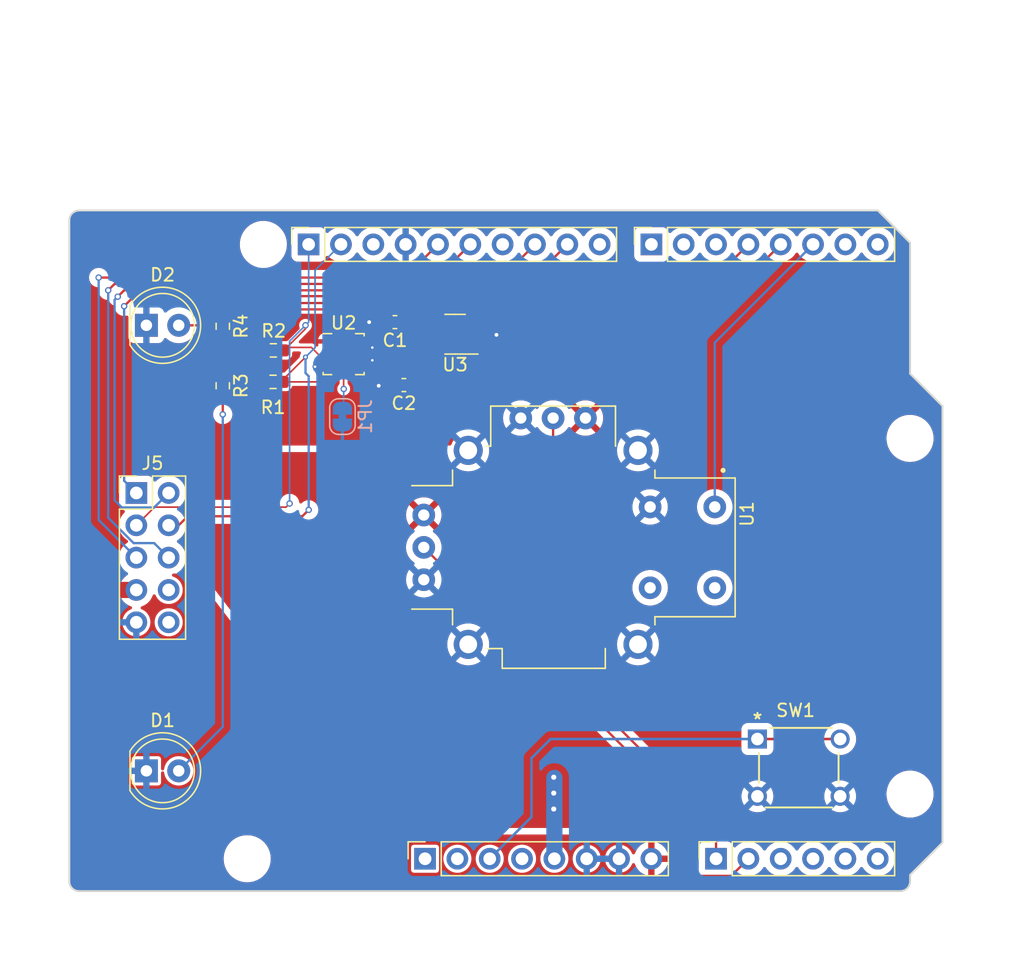
<source format=kicad_pcb>
(kicad_pcb (version 20221018) (generator pcbnew)
  (title_block (date "mar. 31 mars 2015"))
  (layers (0 "F.Cu" signal) (31 "B.Cu" signal) (34 "B.Paste" user) (35 "F.Paste" user) (36 "B.SilkS" user "B.Silkscreen") (37 "F.SilkS" user "F.Silkscreen") (38 "B.Mask" user) (39 "F.Mask" user) (44 "Edge.Cuts" user))
  (net 0 "")
  (net 1 "GND")
  (net 3 "+5V")
  (net 4 "/IOREF")
  (net 5 "Net-(D1-A)")
  (net 6 "Net-(D2-A)")
  (net 7 "/A2")
  (net 8 "/A3")
  (net 10 "/SCL")
  (net 11 "/Vsys")
  (net 12 "/D0")
  (net 13 "/AREF")
  (net 14 "/8")
  (net 15 "/7")
  (net 16 "/*11")
  (net 17 "/D1")
  (net 18 "/Horiz")
  (net 19 "/Vert")
  (net 20 "/Green")
  (net 21 "/*6")
  (net 22 "/*5")
  (net 23 "/TX{slash}1")
  (net 24 "/Red")
  (net 25 "/RX{slash}0")
  (net 26 "+3V3")
  (net 27 "/GameBtn")
  (net 28 "/SDA")
  (net 34 "/Y")
  (net 39 "/X")
  (net 43 "Net-(JP1-B)")
  (net 44 "/RSTn")
  (footprint "Connector_PinSocket_2.54mm:PinSocket_1x08_P2.54mm_Vertical" (layer "F.Cu") (at 149.89 138.655 90)
    (fp_text reference "J1" hide)
    (fp_text value "Power")
    (fp_line (start -1.33 1.27) (end -1.33 19.11) (stroke (width 0.12)) (layer "F.SilkS"))
    (fp_line (start -1.33 1.27) (end 1.33 1.27) (stroke (width 0.12)) (layer "F.SilkS"))
    (fp_line (start -1.33 19.11) (end 1.33 19.11) (stroke (width 0.12)) (layer "F.SilkS"))
    (fp_line (start 0 -1.33) (end 1.33 -1.33) (stroke (width 0.12)) (layer "F.SilkS"))
    (fp_line (start 1.33 -1.33) (end 1.33 0) (stroke (width 0.12)) (layer "F.SilkS"))
    (fp_line (start 1.33 1.27) (end 1.33 19.11) (stroke (width 0.12)) (layer "F.SilkS"))
    (pad "1" thru_hole rect locked (at 0 0 90) (size 1.7 1.7) (drill 1) (layers "*.Cu" "*.Mask"))
    (pad "2" thru_hole oval locked (at 0 2.54 90) (size 1.7 1.7) (drill 1) (layers "*.Cu" "*.Mask") (net 4 "/IOREF"))
    (pad "3" thru_hole oval locked (at 0 5.08 90) (size 1.7 1.7) (drill 1) (layers "*.Cu" "*.Mask") (net 44 "/RSTn"))
    (pad "4" thru_hole oval locked (at 0 7.62 90) (size 1.7 1.7) (drill 1) (layers "*.Cu" "*.Mask"))
    (pad "5" thru_hole oval locked (at 0 10.16 90) (size 1.7 1.7) (drill 1) (layers "*.Cu" "*.Mask") (net 3 "+5V"))
    (pad "6" thru_hole oval locked (at 0 12.7 90) (size 1.7 1.7) (drill 1) (layers "*.Cu" "*.Mask") (net 1 "GND"))
    (pad "7" thru_hole oval locked (at 0 15.24 90) (size 1.7 1.7) (drill 1) (layers "*.Cu" "*.Mask") (net 1 "GND"))
    (pad "8" thru_hole oval locked (at 0 17.78 90) (size 1.7 1.7) (drill 1) (layers "*.Cu" "*.Mask") (net 11 "/Vsys"))
  )
  (footprint "Connector_PinSocket_2.54mm:PinSocket_1x06_P2.54mm_Vertical" (layer "F.Cu") (at 172.75 138.655 90)
    (fp_text reference "J3" hide)
    (fp_text value "Analog")
    (fp_line (start -1.33 1.27) (end -1.33 14.03) (stroke (width 0.12)) (layer "F.SilkS"))
    (fp_line (start -1.33 1.27) (end 1.33 1.27) (stroke (width 0.12)) (layer "F.SilkS"))
    (fp_line (start -1.33 14.03) (end 1.33 14.03) (stroke (width 0.12)) (layer "F.SilkS"))
    (fp_line (start 0 -1.33) (end 1.33 -1.33) (stroke (width 0.12)) (layer "F.SilkS"))
    (fp_line (start 1.33 -1.33) (end 1.33 0) (stroke (width 0.12)) (layer "F.SilkS"))
    (fp_line (start 1.33 1.27) (end 1.33 14.03) (stroke (width 0.12)) (layer "F.SilkS"))
    (pad "1" thru_hole rect locked (at 0 0 90) (size 1.7 1.7) (drill 1) (layers "*.Cu" "*.Mask") (net 18 "/Horiz"))
    (pad "2" thru_hole oval locked (at 0 2.54 90) (size 1.7 1.7) (drill 1) (layers "*.Cu" "*.Mask") (net 19 "/Vert"))
    (pad "3" thru_hole oval locked (at 0 5.08 90) (size 1.7 1.7) (drill 1) (layers "*.Cu" "*.Mask") (net 7 "/A2"))
    (pad "4" thru_hole oval locked (at 0 7.62 90) (size 1.7 1.7) (drill 1) (layers "*.Cu" "*.Mask") (net 8 "/A3"))
    (pad "5" thru_hole oval locked (at 0 10.16 90) (size 1.7 1.7) (drill 1) (layers "*.Cu" "*.Mask"))
    (pad "6" thru_hole oval locked (at 0 12.7 90) (size 1.7 1.7) (drill 1) (layers "*.Cu" "*.Mask"))
  )
  (footprint "Connector_PinSocket_2.54mm:PinSocket_1x10_P2.54mm_Vertical" (layer "F.Cu") (at 140.746 90.395 90)
    (fp_text reference "J2" hide)
    (fp_text value "Digital/PWM")
    (fp_line (start -1.33 1.27) (end -1.33 24.19) (stroke (width 0.12)) (layer "F.SilkS"))
    (fp_line (start -1.33 1.27) (end 1.33 1.27) (stroke (width 0.12)) (layer "F.SilkS"))
    (fp_line (start -1.33 24.19) (end 1.33 24.19) (stroke (width 0.12)) (layer "F.SilkS"))
    (fp_line (start 0 -1.33) (end 1.33 -1.33) (stroke (width 0.12)) (layer "F.SilkS"))
    (fp_line (start 1.33 -1.33) (end 1.33 0) (stroke (width 0.12)) (layer "F.SilkS"))
    (fp_line (start 1.33 1.27) (end 1.33 24.19) (stroke (width 0.12)) (layer "F.SilkS"))
    (pad "1" thru_hole rect locked (at 0 0 90) (size 1.7 1.7) (drill 1) (layers "*.Cu" "*.Mask") (net 10 "/SCL"))
    (pad "2" thru_hole oval locked (at 0 2.54 90) (size 1.7 1.7) (drill 1) (layers "*.Cu" "*.Mask") (net 28 "/SDA"))
    (pad "3" thru_hole oval locked (at 0 5.08 90) (size 1.7 1.7) (drill 1) (layers "*.Cu" "*.Mask") (net 13 "/AREF"))
    (pad "4" thru_hole oval locked (at 0 7.62 90) (size 1.7 1.7) (drill 1) (layers "*.Cu" "*.Mask") (net 1 "GND"))
    (pad "5" thru_hole oval locked (at 0 10.16 90) (size 1.7 1.7) (drill 1) (layers "*.Cu" "*.Mask") (net 12 "/D0"))
    (pad "6" thru_hole oval locked (at 0 12.7 90) (size 1.7 1.7) (drill 1) (layers "*.Cu" "*.Mask") (net 17 "/D1"))
    (pad "7" thru_hole oval locked (at 0 15.24 90) (size 1.7 1.7) (drill 1) (layers "*.Cu" "*.Mask") (net 16 "/*11"))
    (pad "8" thru_hole oval locked (at 0 17.78 90) (size 1.7 1.7) (drill 1) (layers "*.Cu" "*.Mask") (net 34 "/Y"))
    (pad "9" thru_hole oval locked (at 0 20.32 90) (size 1.7 1.7) (drill 1) (layers "*.Cu" "*.Mask") (net 39 "/X"))
    (pad "10" thru_hole oval locked (at 0 22.86 90) (size 1.7 1.7) (drill 1) (layers "*.Cu" "*.Mask") (net 14 "/8"))
  )
  (footprint "Connector_PinSocket_2.54mm:PinSocket_1x08_P2.54mm_Vertical" (layer "F.Cu") (at 167.67 90.395 90)
    (fp_text reference "J4" hide)
    (fp_text value "Digital/PWM")
    (fp_line (start -1.33 1.27) (end -1.33 19.11) (stroke (width 0.12)) (layer "F.SilkS"))
    (fp_line (start -1.33 1.27) (end 1.33 1.27) (stroke (width 0.12)) (layer "F.SilkS"))
    (fp_line (start -1.33 19.11) (end 1.33 19.11) (stroke (width 0.12)) (layer "F.SilkS"))
    (fp_line (start 0 -1.33) (end 1.33 -1.33) (stroke (width 0.12)) (layer "F.SilkS"))
    (fp_line (start 1.33 -1.33) (end 1.33 0) (stroke (width 0.12)) (layer "F.SilkS"))
    (fp_line (start 1.33 1.27) (end 1.33 19.11) (stroke (width 0.12)) (layer "F.SilkS"))
    (pad "1" thru_hole rect locked (at 0 0 90) (size 1.7 1.7) (drill 1) (layers "*.Cu" "*.Mask") (net 15 "/7"))
    (pad "2" thru_hole oval locked (at 0 2.54 90) (size 1.7 1.7) (drill 1) (layers "*.Cu" "*.Mask") (net 21 "/*6"))
    (pad "3" thru_hole oval locked (at 0 5.08 90) (size 1.7 1.7) (drill 1) (layers "*.Cu" "*.Mask") (net 22 "/*5"))
    (pad "4" thru_hole oval locked (at 0 7.62 90) (size 1.7 1.7) (drill 1) (layers "*.Cu" "*.Mask") (net 20 "/Green"))
    (pad "5" thru_hole oval locked (at 0 10.16 90) (size 1.7 1.7) (drill 1) (layers "*.Cu" "*.Mask") (net 24 "/Red"))
    (pad "6" thru_hole oval locked (at 0 12.7 90) (size 1.7 1.7) (drill 1) (layers "*.Cu" "*.Mask") (net 27 "/GameBtn"))
    (pad "7" thru_hole oval locked (at 0 15.24 90) (size 1.7 1.7) (drill 1) (layers "*.Cu" "*.Mask") (net 23 "/TX{slash}1"))
    (pad "8" thru_hole oval locked (at 0 17.78 90) (size 1.7 1.7) (drill 1) (layers "*.Cu" "*.Mask") (net 25 "/RX{slash}0"))
  )
  (footprint "LED_THT:LED_D5.0mm" (layer "F.Cu") (at 128 131.75)
    (fp_text reference "D1" (at 1.27 -3.96) (layer "F.SilkS"))
    (fp_text value "RED")
    (fp_line (start -1.29 -1.545) (end -1.29 1.545) (stroke (width 0.12)) (layer "F.SilkS"))
    (fp_arc (start -1.29 -1.54483) (mid 2.072002 -2.880433) (end 4.26 0.000462) (stroke (width 0.12)) (layer "F.SilkS"))
    (fp_arc (start 4.26 -0.000462) (mid 2.072002 2.880433) (end -1.29 1.54483) (stroke (width 0.12)) (layer "F.SilkS"))
    (fp_circle (center 1.27 0) (end 3.77 0) (stroke (width 0.12)) (fill none) (layer "F.SilkS"))
    (pad "1" thru_hole rect (at 0 0) (size 1.8 1.8) (drill 0.9) (layers "*.Cu" "*.Mask") (net 1 "GND"))
    (pad "2" thru_hole circle (at 2.54 0) (size 1.8 1.8) (drill 0.9) (layers "*.Cu" "*.Mask") (net 5 "Net-(D1-A)"))
  )
  (footprint "Footprints:SW4_1825910-B_TEC" (layer "F.Cu") (at 182.499999 133.75)
    (fp_text reference "SW1" (at -3.499999 -6.75 unlocked) (layer "F.SilkS"))
    (fp_text value "Small Switch TH")
    (fp_text user "*" (at -6.5 -6.011301) (layer "F.SilkS"))
    (fp_text user "*" (at -6.5 -6.011301 unlocked) (layer "F.SilkS"))
    (fp_line (start -6.3742 -3.417961) (end -6.3742 -1.074702) (stroke (width 0.1524)) (layer "F.SilkS"))
    (fp_line (start -5.86236 0.874199) (end -0.63764 0.874199) (stroke (width 0.1524)) (layer "F.SilkS"))
    (fp_line (start -0.63764 -5.374201) (end -5.442292 -5.374201) (stroke (width 0.1524)) (layer "F.SilkS"))
    (fp_line (start -0.1258 -1.074702) (end -0.1258 -3.425299) (stroke (width 0.1524)) (layer "F.SilkS"))
    (pad "1" thru_hole rect (at -6.500001 -4.500001) (size 1.4986 1.4986) (drill 0.9906) (layers "*.Cu" "*.Mask") (net 44 "/RSTn"))
    (pad "2" thru_hole circle (at 0.000001 -4.500001) (size 1.4986 1.4986) (drill 0.9906) (layers "*.Cu" "*.Mask") (net 44 "/RSTn"))
    (pad "3" thru_hole circle (at -6.500001 0) (size 1.4986 1.4986) (drill 0.9906) (layers "*.Cu" "*.Mask") (net 1 "GND"))
    (pad "4" thru_hole circle (at 0.000001 0) (size 1.4986 1.4986) (drill 0.9906) (layers "*.Cu" "*.Mask") (net 1 "GND"))
  )
  (footprint "Resistor_SMD:R_0603_1608Metric" (layer "F.Cu") (at 137.975 98.72)
    (fp_text reference "R2" (at 0.025 -1.525) (layer "F.SilkS"))
    (fp_text value "10K" hide)
    (fp_line (start -0.237258 -0.5225) (end 0.237258 -0.5225) (stroke (width 0.12)) (layer "F.SilkS"))
    (fp_line (start -0.237258 0.5225) (end 0.237258 0.5225) (stroke (width 0.12)) (layer "F.SilkS"))
    (pad "1" smd roundrect (at -0.825 0) (size 0.8 0.95) (layers "F.Cu" "F.Paste" "F.Mask") (net 26 "+3V3"))
    (pad "2" smd roundrect (at 0.825 0) (size 0.8 0.95) (layers "F.Cu" "F.Paste" "F.Mask") (net 10 "/SCL"))
  )
  (footprint "Resistor_SMD:R_0603_1608Metric" (layer "F.Cu") (at 134 96.825 -90)
    (fp_text reference "R4" (at 0 -1.43 -270) (layer "F.SilkS"))
    (fp_text value "1K" hide)
    (fp_line (start -0.237258 -0.5225) (end 0.237258 -0.5225) (stroke (width 0.12)) (layer "F.SilkS"))
    (fp_line (start -0.237258 0.5225) (end 0.237258 0.5225) (stroke (width 0.12)) (layer "F.SilkS"))
    (pad "1" smd roundrect (at -0.825 0 270) (size 0.8 0.95) (layers "F.Cu" "F.Paste" "F.Mask") (net 20 "/Green"))
    (pad "2" smd roundrect (at 0.825 0 270) (size 0.8 0.95) (layers "F.Cu" "F.Paste" "F.Mask") (net 6 "Net-(D2-A)"))
  )
  (footprint "Footprints:XDCR_COM-09032" (layer "F.Cu") (at 159.95 114.195 -90)
    (fp_text reference "U1" (at -2.625 -15.235 90) (layer "F.SilkS"))
    (fp_text value "COM-09032")
    (fp_line (start -11.1 -4.9) (end -7.95 -4.9) (stroke (width 0.127)) (layer "F.SilkS"))
    (fp_line (start -11.1 4.9) (end -11.1 -4.9) (stroke (width 0.127)) (layer "F.SilkS"))
    (fp_line (start -7.95 4.9) (end -11.1 4.9) (stroke (width 0.127)) (layer "F.SilkS"))
    (fp_line (start -7.95 5.17) (end -7.95 4.9) (stroke (width 0.127)) (layer "F.SilkS"))
    (fp_line (start -6.07 -8) (end -5.45 -8) (stroke (width 0.127)) (layer "F.SilkS"))
    (fp_line (start -5.45 -14.3) (end 5.45 -14.3) (stroke (width 0.127)) (layer "F.SilkS"))
    (fp_line (start -5.45 -8) (end -5.45 -14.3) (stroke (width 0.127)) (layer "F.SilkS"))
    (fp_line (start -4.85 7.9) (end -6.07 7.9) (stroke (width 0.127)) (layer "F.SilkS"))
    (fp_line (start -4.85 11.1) (end -4.85 7.9) (stroke (width 0.127)) (layer "F.SilkS"))
    (fp_line (start 4.85 7.9) (end 4.85 11.1) (stroke (width 0.127)) (layer "F.SilkS"))
    (fp_line (start 5.45 -14.3) (end 5.45 -8) (stroke (width 0.127)) (layer "F.SilkS"))
    (fp_line (start 5.45 -8) (end 6.08 -8) (stroke (width 0.127)) (layer "F.SilkS"))
    (fp_line (start 6.08 7.9) (end 4.85 7.9) (stroke (width 0.127)) (layer "F.SilkS"))
    (fp_line (start 7.95 -4.1) (end 9.5 -4.1) (stroke (width 0.127)) (layer "F.SilkS"))
    (fp_line (start 7.95 4) (end 7.95 5.12) (stroke (width 0.127)) (layer "F.SilkS"))
    (fp_line (start 9.5 -4.1) (end 9.5 4) (stroke (width 0.127)) (layer "F.SilkS"))
    (fp_line (start 9.5 4) (end 7.95 4) (stroke (width 0.127)) (layer "F.SilkS"))
    (fp_circle (center -6.05 -13.35) (end -5.95 -13.35) (stroke (width 0.2)) (fill none) (layer "F.SilkS"))
    (pad "B1A" thru_hole circle (at -3.175 -12.7 270) (size 1.778 1.778) (drill 0.9) (layers "*.Cu" "*.Mask") (net 27 "/GameBtn"))
    (pad "B1B" thru_hole circle (at 3.175 -12.7 270) (size 1.778 1.778) (drill 0.9) (layers "*.Cu" "*.Mask"))
    (pad "B2A" thru_hole circle (at -3.175 -7.62 270) (size 1.778 1.778) (drill 0.9) (layers "*.Cu" "*.Mask") (net 1 "GND"))
    (pad "B2B" thru_hole circle (at 3.175 -7.62 270) (size 1.778 1.778) (drill 0.9) (layers "*.Cu" "*.Mask"))
    (pad "H1" thru_hole circle (at -2.54 10.16 270) (size 1.778 1.778) (drill 0.889) (layers "*.Cu" "*.Mask") (net 3 "+5V"))
    (pad "H2" thru_hole circle (at 0 10.16 270) (size 1.778 1.778) (drill 0.889) (layers "*.Cu" "*.Mask") (net 19 "/Vert"))
    (pad "H3" thru_hole circle (at 2.54 10.16 270) (size 1.778 1.778) (drill 0.889) (layers "*.Cu" "*.Mask") (net 1 "GND"))
    (pad "S1" thru_hole circle (at -7.62 -6.6675 270) (size 2.286 2.286) (drill 1.397) (layers "*.Cu" "*.Mask") (net 1 "GND"))
    (pad "S2" thru_hole circle (at -7.62 6.6675 270) (size 2.286 2.286) (drill 1.397) (layers "*.Cu" "*.Mask") (net 1 "GND"))
    (pad "S3" thru_hole circle (at 7.62 6.6675 270) (size 2.286 2.286) (drill 1.397) (layers "*.Cu" "*.Mask") (net 1 "GND"))
    (pad "S4" thru_hole circle (at 7.62 -6.6675 270) (size 2.286 2.286) (drill 1.397) (layers "*.Cu" "*.Mask") (net 1 "GND"))
    (pad "V1" thru_hole circle (at -10.16 -2.54 270) (size 1.778 1.778) (drill 0.889) (layers "*.Cu" "*.Mask") (net 3 "+5V"))
    (pad "V2" thru_hole circle (at -10.16 0 270) (size 1.778 1.778) (drill 0.889) (layers "*.Cu" "*.Mask") (net 18 "/Horiz"))
    (pad "V3" thru_hole circle (at -10.16 2.54 270) (size 1.778 1.778) (drill 0.889) (layers "*.Cu" "*.Mask") (net 1 "GND"))
  )
  (footprint "LED_THT:LED_D5.0mm" (layer "F.Cu") (at 128 96.75)
    (fp_text reference "D2" (at 1.27 -3.96) (layer "F.SilkS"))
    (fp_text value "Green")
    (fp_line (start -1.29 -1.545) (end -1.29 1.545) (stroke (width 0.12)) (layer "F.SilkS"))
    (fp_arc (start -1.29 -1.54483) (mid 2.072002 -2.880433) (end 4.26 0.000462) (stroke (width 0.12)) (layer "F.SilkS"))
    (fp_arc (start 4.26 -0.000462) (mid 2.072002 2.880433) (end -1.29 1.54483) (stroke (width 0.12)) (layer "F.SilkS"))
    (fp_circle (center 1.27 0) (end 3.77 0) (stroke (width 0.12)) (fill none) (layer "F.SilkS"))
    (pad "1" thru_hole rect (at 0 0) (size 1.8 1.8) (drill 0.9) (layers "*.Cu" "*.Mask") (net 1 "GND"))
    (pad "2" thru_hole circle (at 2.54 0) (size 1.8 1.8) (drill 0.9) (layers "*.Cu" "*.Mask") (net 6 "Net-(D2-A)"))
  )
  (footprint "Capacitor_SMD:C_0603_1608Metric" (layer "F.Cu") (at 147.525 96.5 180)
    (fp_text reference "C1" (at 0 -1.43) (layer "F.SilkS"))
    (fp_text value "0.1uF" hide)
    (fp_line (start -0.14058 -0.51) (end 0.14058 -0.51) (stroke (width 0.12)) (layer "F.SilkS"))
    (fp_line (start -0.14058 0.51) (end 0.14058 0.51) (stroke (width 0.12)) (layer "F.SilkS"))
    (pad "1" smd roundrect (at -0.775 0 180) (size 0.9 0.95) (layers "F.Cu" "F.Paste" "F.Mask") (net 26 "+3V3"))
    (pad "2" smd roundrect (at 0.775 0 180) (size 0.9 0.95) (layers "F.Cu" "F.Paste" "F.Mask") (net 1 "GND"))
  )
  (footprint "Arduino_MountingHole:MountingHole_3.2mm" (layer "F.Cu") (at 137.19 90.395)
    (fp_text reference "MH1" hide)
    (fp_text value "MountingHole_3.2mm" hide)
    (pad "" np_thru_hole circle locked (at 0 0) (size 3.2 3.2) (drill 3.2) (layers "*.Cu" "*.Mask"))
  )
  (footprint "Resistor_SMD:R_0603_1608Metric" (layer "F.Cu") (at 134 101.5 -90)
    (fp_text reference "R3" (at 0 -1.43 -270) (layer "F.SilkS"))
    (fp_text value "1K")
    (fp_line (start -0.237258 -0.5225) (end 0.237258 -0.5225) (stroke (width 0.12)) (layer "F.SilkS"))
    (fp_line (start -0.237258 0.5225) (end 0.237258 0.5225) (stroke (width 0.12)) (layer "F.SilkS"))
    (pad "1" smd roundrect (at -0.825 0 270) (size 0.8 0.95) (layers "F.Cu" "F.Paste" "F.Mask") (net 24 "/Red"))
    (pad "2" smd roundrect (at 0.825 0 270) (size 0.8 0.95) (layers "F.Cu" "F.Paste" "F.Mask") (net 5 "Net-(D1-A)"))
  )
  (footprint "Package_TO_SOT_SMD:SOT-23-5" (layer "F.Cu") (at 152.25 97.45 180)
    (fp_text reference "U3" (at 0 -2.4) (layer "F.SilkS"))
    (fp_text value "TLV75533PDBV" hide)
    (fp_line (start 0 -1.56) (end -1.8 -1.56) (stroke (width 0.12)) (layer "F.SilkS"))
    (fp_line (start 0 -1.56) (end 0.8 -1.56) (stroke (width 0.12)) (layer "F.SilkS"))
    (fp_line (start 0 1.56) (end -0.8 1.56) (stroke (width 0.12)) (layer "F.SilkS"))
    (fp_line (start 0 1.56) (end 0.8 1.56) (stroke (width 0.12)) (layer "F.SilkS"))
    (pad "1" smd roundrect (at -1.1375 -0.95 180) (size 1.325 0.6) (layers "F.Cu" "F.Paste" "F.Mask") (net 3 "+5V"))
    (pad "2" smd roundrect (at -1.1375 0 180) (size 1.325 0.6) (layers "F.Cu" "F.Paste" "F.Mask") (net 1 "GND"))
    (pad "3" smd roundrect (at -1.1375 0.95 180) (size 1.325 0.6) (layers "F.Cu" "F.Paste" "F.Mask") (net 3 "+5V"))
    (pad "4" smd roundrect (at 1.1375 0.95 180) (size 1.325 0.6) (layers "F.Cu" "F.Paste" "F.Mask"))
    (pad "5" smd roundrect (at 1.1375 -0.95 180) (size 1.325 0.6) (layers "F.Cu" "F.Paste" "F.Mask") (net 26 "+3V3"))
  )
  (footprint "Capacitor_SMD:C_0603_1608Metric" (layer "F.Cu") (at 148.225 101.445 180)
    (fp_text reference "C2" (at 0 -1.43) (layer "F.SilkS"))
    (fp_text value "10uF")
    (fp_line (start -0.14058 -0.51) (end 0.14058 -0.51) (stroke (width 0.12)) (layer "F.SilkS"))
    (fp_line (start -0.14058 0.51) (end 0.14058 0.51) (stroke (width 0.12)) (layer "F.SilkS"))
    (pad "1" smd roundrect (at -0.775 0 180) (size 0.9 0.95) (layers "F.Cu" "F.Paste" "F.Mask") (net 26 "+3V3"))
    (pad "2" smd roundrect (at 0.775 0 180) (size 0.9 0.95) (layers "F.Cu" "F.Paste" "F.Mask") (net 1 "GND"))
  )
  (footprint "Resistor_SMD:R_0603_1608Metric" (layer "F.Cu") (at 137.95 101.195)
    (fp_text reference "R1" (at 0 2) (layer "F.SilkS"))
    (fp_text value "10K" hide)
    (fp_line (start -0.237258 -0.5225) (end 0.237258 -0.5225) (stroke (width 0.12)) (layer "F.SilkS"))
    (fp_line (start -0.237258 0.5225) (end 0.237258 0.5225) (stroke (width 0.12)) (layer "F.SilkS"))
    (pad "1" smd roundrect (at -0.825 0) (size 0.8 0.95) (layers "F.Cu" "F.Paste" "F.Mask") (net 26 "+3V3"))
    (pad "2" smd roundrect (at 0.825 0) (size 0.8 0.95) (layers "F.Cu" "F.Paste" "F.Mask") (net 28 "/SDA"))
  )
  (footprint "Connector_PinHeader_2.54mm:PinHeader_2x05_P2.54mm_Vertical" (layer "F.Cu") (at 127.21 109.92)
    (fp_text reference "J5" (at 1.27 -2.33) (layer "F.SilkS"))
    (fp_text value "Conn_02x05_Odd_Even" hide)
    (fp_line (start -1.33 -1.33) (end 0 -1.33) (stroke (width 0.12)) (layer "F.SilkS"))
    (fp_line (start -1.33 0) (end -1.33 -1.33) (stroke (width 0.12)) (layer "F.SilkS"))
    (fp_line (start -1.33 1.27) (end -1.33 11.49) (stroke (width 0.12)) (layer "F.SilkS"))
    (fp_line (start -1.33 1.27) (end 1.27 1.27) (stroke (width 0.12)) (layer "F.SilkS"))
    (fp_line (start -1.33 11.49) (end 3.87 11.49) (stroke (width 0.12)) (layer "F.SilkS"))
    (fp_line (start 1.27 -1.33) (end 3.87 -1.33) (stroke (width 0.12)) (layer "F.SilkS"))
    (fp_line (start 1.27 1.27) (end 1.27 -1.33) (stroke (width 0.12)) (layer "F.SilkS"))
    (fp_line (start 3.87 -1.33) (end 3.87 11.49) (stroke (width 0.12)) (layer "F.SilkS"))
    (pad "1" thru_hole rect (at 0 0) (size 1.7 1.7) (drill 1) (layers "*.Cu" "*.Mask") (net 39 "/X"))
    (pad "2" thru_hole oval (at 2.54 0) (size 1.7 1.7) (drill 1) (layers "*.Cu" "*.Mask") (net 34 "/Y"))
    (pad "3" thru_hole oval (at 0 2.54) (size 1.7 1.7) (drill 1) (layers "*.Cu" "*.Mask") (net 10 "/SCL"))
    (pad "4" thru_hole oval (at 2.54 2.54) (size 1.7 1.7) (drill 1) (layers "*.Cu" "*.Mask") (net 28 "/SDA"))
    (pad "5" thru_hole oval (at 0 5.08) (size 1.7 1.7) (drill 1) (layers "*.Cu" "*.Mask") (net 12 "/D0"))
    (pad "6" thru_hole oval (at 2.54 5.08) (size 1.7 1.7) (drill 1) (layers "*.Cu" "*.Mask") (net 17 "/D1"))
    (pad "7" thru_hole oval (at 0 7.62) (size 1.7 1.7) (drill 1) (layers "*.Cu" "*.Mask") (net 11 "/Vsys"))
    (pad "8" thru_hole oval (at 2.54 7.62) (size 1.7 1.7) (drill 1) (layers "*.Cu" "*.Mask"))
    (pad "9" thru_hole oval (at 0 10.16) (size 1.7 1.7) (drill 1) (layers "*.Cu" "*.Mask") (net 1 "GND"))
    (pad "10" thru_hole oval (at 2.54 10.16) (size 1.7 1.7) (drill 1) (layers "*.Cu" "*.Mask"))
  )
  (footprint "Package_LGA:LGA-16_3x3mm_P0.5mm_LayoutBorder3x5y" (layer "F.Cu") (at 143.495 99.015)
    (fp_text reference "U2" (at 0 -2.45) (layer "F.SilkS"))
    (fp_text value "LIS2DE12TR")
    (fp_line (start -1.61 1.61) (end -1.61 1.435) (stroke (width 0.12)) (layer "F.SilkS"))
    (fp_line (start -0.935 -1.61) (end -1.61 -1.61) (stroke (width 0.12)) (layer "F.SilkS"))
    (fp_line (start -0.935 1.61) (end -1.61 1.61) (stroke (width 0.12)) (layer "F.SilkS"))
    (fp_line (start 0.935 -1.61) (end 1.61 -1.61) (stroke (width 0.12)) (layer "F.SilkS"))
    (fp_line (start 0.935 1.61) (end 1.61 1.61) (stroke (width 0.12)) (layer "F.SilkS"))
    (fp_line (start 1.61 -1.61) (end 1.61 -1.435) (stroke (width 0.12)) (layer "F.SilkS"))
    (fp_line (start 1.61 1.61) (end 1.61 1.435) (stroke (width 0.12)) (layer "F.SilkS"))
    (pad "1" smd roundrect (at -1.225 -1) (size 0.55 0.35) (layers "F.Cu" "F.Paste" "F.Mask") (net 26 "+3V3"))
    (pad "2" smd roundrect (at -1.225 -0.5) (size 0.55 0.35) (layers "F.Cu" "F.Paste" "F.Mask"))
    (pad "3" smd roundrect (at -1.225 0) (size 0.55 0.35) (layers "F.Cu" "F.Paste" "F.Mask"))
    (pad "4" smd roundrect (at -1.225 0.5) (size 0.55 0.35) (layers "F.Cu" "F.Paste" "F.Mask") (net 10 "/SCL"))
    (pad "5" smd roundrect (at -1.225 1) (size 0.55 0.35) (layers "F.Cu" "F.Paste" "F.Mask") (net 1 "GND"))
    (pad "6" smd roundrect (at -0.5 1.225) (size 0.35 0.55) (layers "F.Cu" "F.Paste" "F.Mask") (net 28 "/SDA"))
    (pad "7" smd roundrect (at 0 1.225) (size 0.35 0.55) (layers "F.Cu" "F.Paste" "F.Mask") (net 43 "Net-(JP1-B)"))
    (pad "8" smd roundrect (at 0.5 1.225) (size 0.35 0.55) (layers "F.Cu" "F.Paste" "F.Mask") (net 26 "+3V3"))
    (pad "9" smd roundrect (at 1.225 1) (size 0.55 0.35) (layers "F.Cu" "F.Paste" "F.Mask"))
    (pad "10" smd roundrect (at 1.225 0.5) (size 0.55 0.35) (layers "F.Cu" "F.Paste" "F.Mask") (net 1 "GND"))
    (pad "11" smd roundrect (at 1.225 0) (size 0.55 0.35) (layers "F.Cu" "F.Paste" "F.Mask"))
    (pad "12" smd roundrect (at 1.225 -0.5) (size 0.55 0.35) (layers "F.Cu" "F.Paste" "F.Mask") (net 1 "GND"))
    (pad "13" smd roundrect (at 1.225 -1) (size 0.55 0.35) (layers "F.Cu" "F.Paste" "F.Mask"))
    (pad "14" smd roundrect (at 0.5 -1.225) (size 0.35 0.55) (layers "F.Cu" "F.Paste" "F.Mask") (net 26 "+3V3"))
    (pad "15" smd roundrect (at 0 -1.225) (size 0.35 0.55) (layers "F.Cu" "F.Paste" "F.Mask"))
    (pad "16" smd roundrect (at -0.5 -1.225) (size 0.35 0.55) (layers "F.Cu" "F.Paste" "F.Mask"))
  )
  (footprint "Arduino_MountingHole:MountingHole_3.2mm" (layer "F.Cu") (at 135.92 138.655)
    (fp_text reference "MH2" hide)
    (fp_text value "MountingHole_3.2mm" hide)
    (pad "" np_thru_hole circle locked (at 0 0) (size 3.2 3.2) (drill 3.2) (layers "*.Cu" "*.Mask"))
  )
  (footprint "Arduino_MountingHole:MountingHole_3.2mm" (layer "F.Cu") (at 187.99 105.635)
    (fp_text reference "MH3" hide)
    (fp_text value "MountingHole_3.2mm" hide)
    (pad "" np_thru_hole circle locked (at 0 0) (size 3.2 3.2) (drill 3.2) (layers "*.Cu" "*.Mask"))
  )
  (footprint "Arduino_MountingHole:MountingHole_3.2mm" (layer "F.Cu") (at 187.99 133.575)
    (fp_text reference "MH4" hide)
    (fp_text value "MountingHole_3.2mm" hide)
    (pad "" np_thru_hole circle locked (at 0 0) (size 3.2 3.2) (drill 3.2) (layers "*.Cu" "*.Mask"))
  )
  (footprint "Jumper:SolderJumper-2_P1.3mm_Bridged_RoundedPad1.0x1.5mm" (layer "B.Cu") (at 143.4 103.92 90)
    (fp_text reference "JP1" (at 0 1.8 90) (layer "B.SilkS") (effects (justify mirror)))
    (fp_text value "SolderJumper_2_Bridged")
    (fp_poly (pts (xy 0.25 0.3) (xy -0.25 0.3) (xy -0.25 -0.3) (xy 0.25 -0.3)) (fill solid) (layer "B.Cu"))
    (fp_line (start -1.4 -0.3) (end -1.4 0.3) (stroke (width 0.12)) (layer "B.SilkS"))
    (fp_line (start -0.7 1) (end 0.7 1) (stroke (width 0.12)) (layer "B.SilkS"))
    (fp_line (start 0.7 -1) (end -0.7 -1) (stroke (width 0.12)) (layer "B.SilkS"))
    (fp_line (start 1.4 0.3) (end 1.4 -0.3) (stroke (width 0.12)) (layer "B.SilkS"))
    (fp_arc (start -1.4 -0.3) (mid -1.194975 -0.794975) (end -0.7 -1) (stroke (width 0.12)) (layer "B.SilkS"))
    (fp_arc (start -0.7 1) (mid -1.194975 0.794975) (end -1.4 0.3) (stroke (width 0.12)) (layer "B.SilkS"))
    (fp_arc (start 0.7 -1) (mid 1.194975 -0.794975) (end 1.4 -0.3) (stroke (width 0.12)) (layer "B.SilkS"))
    (fp_arc (start 1.4 0.3) (mid 1.194975 0.794975) (end 0.7 1) (stroke (width 0.12)) (layer "B.SilkS"))
    (pad "1" smd custom (at -0.65 0 90) (size 1 0.5) (layers "B.Cu" "B.Mask") (net 1 "GND") (options (clearance outline) (anchor rect)) (primitives (gr_circle (center 0 -0.25) (end 0.5 -0.25) (width 0) (fill yes)) (gr_circle (center 0 0.25) (end 0.5 0.25) (width 0) (fill yes)) (gr_poly (pts (xy 0.5 -0.75) (xy 0 -0.75) (xy 0 0.75) (xy 0.5 0.75)) (width 0) (fill yes))))
    (pad "2" smd custom (at 0.65 0 90) (size 1 0.5) (layers "B.Cu" "B.Mask") (net 43 "Net-(JP1-B)") (options (clearance outline) (anchor rect)) (primitives (gr_circle (center 0 -0.25) (end 0.5 -0.25) (width 0) (fill yes)) (gr_circle (center 0 0.25) (end 0.5 0.25) (width 0) (fill yes)) (gr_poly (pts (xy 0 -0.75) (xy -0.5 -0.75) (xy -0.5 0.75) (xy 0 0.75)) (width 0) (fill yes))))
  )
  (gr_line (start 187.99 100.555) (end 190.53 103.095) (stroke (width 0.15)) (layer "Edge.Cuts"))
  (gr_line (start 121.95 140.433) (end 121.95 88.5) (stroke (width 0.15)) (layer "Edge.Cuts"))
  (gr_line (start 190.53 103.095) (end 190.53 137.385) (stroke (width 0.15)) (layer "Edge.Cuts"))
  (gr_line (start 187.228 141.195) (end 122.712 141.195) (stroke (width 0.15)) (layer "Edge.Cuts"))
  (gr_line (start 122.712 87.73) (end 185.45 87.73) (stroke (width 0.15)) (layer "Edge.Cuts"))
  (gr_arc (start 122.712 141.195) (mid 122.173185 140.971815) (end 121.95 140.433) (stroke (width 0.15)) (layer "Edge.Cuts"))
  (gr_line (start 190.53 137.385) (end 187.99 139.925) (stroke (width 0.15)) (layer "Edge.Cuts"))
  (gr_line (start 185.45 87.73) (end 187.99 90.27) (stroke (width 0.15)) (layer "Edge.Cuts"))
  (gr_arc (start 187.99 140.433) (mid 187.766815 140.971815) (end 187.228 141.195) (stroke (width 0.15)) (layer "Edge.Cuts"))
  (gr_line (start 187.99 90.27) (end 187.99 100.555) (stroke (width 0.15)) (layer "Edge.Cuts"))
  (gr_line (start 187.99 139.925) (end 187.99 140.433) (stroke (width 0.15)) (layer "Edge.Cuts"))
  (gr_arc (start 121.95 88.5) (mid 122.173185 87.961185) (end 122.712 87.738) (stroke (width 0.15)) (layer "Edge.Cuts"))
  (segment (start 144.72 99.515) (end 145.735 99.515) (width 0.127) (layer "F.Cu") (net 1))
  (segment (start 144.72 98.515) (end 145.735 98.515) (width 0.127) (layer "F.Cu") (net 1))
  (segment (start 147.45 101.445) (end 146.305 101.445) (width 0.18) (layer "F.Cu") (net 1))
  (segment (start 146.75 96.5) (end 145.5 96.5) (width 0.18) (layer "F.Cu") (net 1))
  (segment (start 155.45 97.45) (end 155.5 97.5) (width 0.18) (layer "F.Cu") (net 1))
  (segment (start 145.735 99.515) (end 145.75 99.5) (width 0.127) (layer "F.Cu") (net 1))
  (segment (start 141.265 100.015) (end 141.25 100) (width 0.127) (layer "F.Cu") (net 1))
  (segment (start 153.3875 97.45) (end 155.45 97.45) (width 0.18) (layer "F.Cu") (net 1))
  (segment (start 142.27 100.015) (end 141.265 100.015) (width 0.127) (layer "F.Cu") (net 1))
  (segment (start 146.305 101.445) (end 146.25 101.5) (width 0.18) (layer "F.Cu") (net 1))
  (via (at 141.25 100) (size 0.4) (drill 0.2) (layers "F.Cu" "B.Cu") (net 1))
  (via (at 146.25 101.5) (size 0.5) (drill 0.3) (layers "F.Cu" "B.Cu") (net 1))
  (via (at 145.5 96.5) (size 0.5) (drill 0.3) (layers "F.Cu" "B.Cu") (net 1))
  (via (at 155.5 97.5) (size 0.5) (drill 0.3) (layers "F.Cu" "B.Cu") (net 1))
  (via (at 145.75 99.5) (size 0.4) (drill 0.2) (layers "F.Cu" "B.Cu") (net 1))
  (via (at 145.75 98.5) (size 0.4) (drill 0.2) (layers "F.Cu" "B.Cu") (net 1))
  (segment (start 143.4 104.57) (end 143.4 106.65) (width 0.2) (layer "B.Cu") (net 1))
  (segment (start 143.4 104.57) (end 143.4 106.15) (width 0.254) (layer "B.Cu") (net 1))
  (segment (start 143.5 106.75) (end 143.4 106.65) (width 0.2) (layer "B.Cu") (net 1))
  (segment (start 153.3875 98.4) (end 153.3875 100.1125) (width 0.127) (layer "F.Cu") (net 3))
  (segment (start 153.3875 100.1125) (end 153.25 100.25) (width 0.127) (layer "F.Cu") (net 3))
  (segment (start 153.3875 96.5) (end 156.25 96.5) (width 0.254) (layer "F.Cu") (net 3))
  (via (at 160 133.5) (size 0.8) (drill 0.4) (layers "F.Cu" "B.Cu") (net 3))
  (via (at 160 134.75) (size 0.8) (drill 0.4) (layers "F.Cu" "B.Cu") (net 3))
  (via (at 160 132.25) (size 0.8) (drill 0.4) (layers "F.Cu" "B.Cu") (net 3))
  (segment (start 160.05 138.655) (end 160.05 136) (width 1.27) (layer "B.Cu") (net 3))
  (segment (start 160.05 136) (end 160.05 132.3) (width 1.27) (layer "B.Cu") (net 3))
  (segment (start 160.05 136) (end 160.05 134.8) (width 1.27) (layer "B.Cu") (net 3))
  (segment (start 134 102.325) (end 134 103.75) (width 0.18) (layer "F.Cu") (net 5))
  (via (at 134 103.75) (size 0.5) (drill 0.3) (layers "F.Cu" "B.Cu") (net 5))
  (segment (start 134 128.29) (end 130.54 131.75) (width 0.18) (layer "B.Cu") (net 5))
  (segment (start 134 103.75) (end 134 128.29) (width 0.18) (layer "B.Cu") (net 5))
  (segment (start 134 97.65) (end 133.1 96.75) (width 0.18) (layer "F.Cu") (net 6))
  (segment (start 133.1 96.75) (end 130.54 96.75) (width 0.18) (layer "F.Cu") (net 6))
  (segment (start 140.962492 98.487) (end 139.033 98.487) (width 0.127) (layer "F.Cu") (net 10))
  (segment (start 128.6365 111.0335) (end 127.21 112.46) (width 0.127) (layer "F.Cu") (net 10))
  (segment (start 141.990492 99.515) (end 140.962492 98.487) (width 0.127) (layer "F.Cu") (net 10))
  (segment (start 142.27 99.515) (end 141.990492 99.515) (width 0.127) (layer "F.Cu") (net 10))
  (segment (start 138.9665 111.0335) (end 128.6365 111.0335) (width 0.127) (layer "F.Cu") (net 10))
  (segment (start 138.8 98.72) (end 140.5 97.02) (width 0.127) (layer "F.Cu") (net 10))
  (segment (start 139.25 110.75) (end 138.9665 111.0335) (width 0.127) (layer "F.Cu") (net 10))
  (segment (start 139.033 98.487) (end 138.8 98.72) (width 0.127) (layer "F.Cu") (net 10))
  (segment (start 140.5 97.02) (end 140.5 96.75) (width 0.127) (layer "F.Cu") (net 10))
  (via (at 140.5 96.75) (size 0.5) (drill 0.3) (layers "F.Cu" "B.Cu") (net 10))
  (via (at 139.25 110.75) (size 0.5) (drill 0.3) (layers "F.Cu" "B.Cu") (net 10))
  (segment (start 139.25 98) (end 139.25 110.75) (width 0.127) (layer "B.Cu") (net 10))
  (segment (start 140.5 96.75) (end 140.746 96.504) (width 0.127) (layer "B.Cu") (net 10))
  (segment (start 140.5 96.75) (end 139.25 98) (width 0.127) (layer "B.Cu") (net 10))
  (segment (start 140.746 96.504) (end 140.746 90.395) (width 0.127) (layer "B.Cu") (net 10))
  (segment (start 127.21 117.54) (end 124.71 117.54) (width 1.27) (layer "F.Cu") (net 11))
  (segment (start 150.906 90.395) (end 148.301 93) (width 0.18) (layer "F.Cu") (net 12))
  (segment (start 148.301 93) (end 124.25 93) (width 0.18) (layer "F.Cu") (net 12))
  (via (at 124.25 93) (size 0.5) (drill 0.3) (layers "F.Cu" "B.Cu") (net 12))
  (segment (start 124.25 112.04) (end 127.21 115) (width 0.18) (layer "B.Cu") (net 12))
  (segment (start 124.25 93) (end 124.25 112.04) (width 0.18) (layer "B.Cu") (net 12))
  (segment (start 150.341 93.5) (end 125.5 93.5) (width 0.18) (layer "F.Cu") (net 17))
  (segment (start 125.5 93.5) (end 125 94) (width 0.18) (layer "F.Cu") (net 17))
  (segment (start 153.446 90.395) (end 150.341 93.5) (width 0.18) (layer "F.Cu") (net 17))
  (via (at 125 94) (size 0.5) (drill 0.3) (layers "F.Cu" "B.Cu") (net 17))
  (segment (start 125 111.862204) (end 125 94) (width 0.18) (layer "B.Cu") (net 17))
  (segment (start 126.997796 113.86) (end 125 111.862204) (width 0.18) (layer "B.Cu") (net 17))
  (segment (start 129.75 115) (end 128.61 113.86) (width 0.18) (layer "B.Cu") (net 17))
  (segment (start 128.61 113.86) (end 126.997796 113.86) (width 0.18) (layer "B.Cu") (net 17))
  (segment (start 172.75 136) (end 159.95 123.2) (width 0.18) (layer "F.Cu") (net 18))
  (segment (start 172.75 138.655) (end 172.75 136) (width 0.18) (layer "F.Cu") (net 18))
  (segment (start 159.95 123.2) (end 159.95 104.035) (width 0.18) (layer "F.Cu") (net 18))
  (segment (start 171.25 140) (end 170.75 139.5) (width 0.18) (layer "F.Cu") (net 19))
  (segment (start 170.75 139.5) (end 170.75 135.155) (width 0.18) (layer "F.Cu") (net 19))
  (segment (start 173.945 140) (end 171.25 140) (width 0.18) (layer "F.Cu") (net 19))
  (segment (start 170.75 135.155) (end 149.79 114.195) (width 0.18) (layer "F.Cu") (net 19))
  (segment (start 175.29 138.655) (end 173.945 140) (width 0.18) (layer "F.Cu") (net 19))
  (segment (start 175.29 90.395) (end 173.185 92.5) (width 0.18) (layer "F.Cu") (net 20))
  (segment (start 158.75 93.75) (end 157.5 95) (width 0.18) (layer "F.Cu") (net 20))
  (segment (start 173.185 92.5) (end 160.25 92.5) (width 0.18) (layer "F.Cu") (net 20))
  (segment (start 157.5 95) (end 134.25 95) (width 0.18) (layer "F.Cu") (net 20))
  (segment (start 160.25 92.5) (end 160 92.5) (width 0.18) (layer "F.Cu") (net 20))
  (segment (start 160 92.5) (end 158.75 93.75) (width 0.18) (layer "F.Cu") (net 20))
  (segment (start 134 95.25) (end 134.25 95) (width 0.18) (layer "F.Cu") (net 20))
  (segment (start 134 96) (end 134 95.25) (width 0.18) (layer "F.Cu") (net 20))
  (segment (start 134 99.5) (end 134 100.675) (width 0.18) (layer "F.Cu") (net 24))
  (segment (start 160.5 93.25) (end 158.25 95.5) (width 0.18) (layer "F.Cu") (net 24))
  (segment (start 174.975 93.25) (end 160.5 93.25) (width 0.18) (layer "F.Cu") (net 24))
  (segment (start 135.25 98.25) (end 134 99.5) (width 0.18) (layer "F.Cu") (net 24))
  (segment (start 177.83 90.395) (end 174.975 93.25) (width 0.18) (layer "F.Cu") (net 24))
  (segment (start 158.25 95.5) (end 135.25 95.5) (width 0.18) (layer "F.Cu") (net 24))
  (segment (start 135.25 95.5) (end 135.25 98.25) (width 0.18) (layer "F.Cu") (net 24))
  (segment (start 141.265 98.015) (end 141.25 98) (width 0.18) (layer "F.Cu") (net 26))
  (segment (start 143.995 97.79) (end 143.995 96.505) (width 0.127) (layer "F.Cu") (net 26))
  (segment (start 142.27 98.015) (end 141.265 98.015) (width 0.18) (layer "F.Cu") (net 26))
  (segment (start 143.995 100.995) (end 144.25 101.25) (width 0.127) (layer "F.Cu") (net 26))
  (segment (start 143.995 100.24) (end 143.995 100.995) (width 0.127) (layer "F.Cu") (net 26))
  (segment (start 143.995 96.505) (end 144 96.5) (width 0.127) (layer "F.Cu") (net 26))
  (segment (start 172.65 111.02) (end 172.65 98.115) (width 0.18) (layer "B.Cu") (net 27))
  (segment (start 172.65 98.115) (end 180.37 90.395) (width 0.18) (layer "B.Cu") (net 27))
  (segment (start 140.25 111.75) (end 140.75 111.25) (width 0.18) (layer "F.Cu") (net 28))
  (segment (start 142.305 101.195) (end 138.775 101.195) (width 0.127) (layer "F.Cu") (net 28))
  (segment (start 129.75 112.46) (end 130.54 112.46) (width 0.18) (layer "F.Cu") (net 28))
  (segment (start 142.995 100.505) (end 142.305 101.195) (width 0.127) (layer "F.Cu") (net 28))
  (segment (start 130.54 112.46) (end 131.25 111.75) (width 0.18) (layer "F.Cu") (net 28))
  (segment (start 138.775 101.195) (end 138.775 100.975) (width 0.127) (layer "F.Cu") (net 28))
  (segment (start 138.775 100.975) (end 140.5 99.25) (width 0.127) (layer "F.Cu") (net 28))
  (segment (start 142.995 100.24) (end 142.995 100.505) (width 0.127) (layer "F.Cu") (net 28))
  (segment (start 131.25 111.75) (end 140.25 111.75) (width 0.18) (layer "F.Cu") (net 28))
  (via (at 140.75 111.25) (size 0.5) (drill 0.3) (layers "F.Cu" "B.Cu") (net 28))
  (via (at 140.5 99.25) (size 0.4) (drill 0.2) (layers "F.Cu" "B.Cu") (net 28))
  (segment (start 141.25 98.5) (end 140.5 99.25) (width 0.127) (layer "B.Cu") (net 28))
  (segment (start 140.75 111.25) (end 140.75 100.75) (width 0.18) (layer "B.Cu") (net 28))
  (segment (start 140.5 100.5) (end 140.5 99.25) (width 0.18) (layer "B.Cu") (net 28))
  (segment (start 141.25 98.5) (end 141.25 92.431) (width 0.127) (layer "B.Cu") (net 28))
  (segment (start 141.25 92.431) (end 143.286 90.395) (width 0.127) (layer "B.Cu") (net 28))
  (segment (start 140.75 100.75) (end 140.5 100.5) (width 0.18) (layer "B.Cu") (net 28))
  (segment (start 158.526 90.395) (end 154.921 94) (width 0.18) (layer "F.Cu") (net 34))
  (segment (start 126.25 94) (end 125.75 94.5) (width 0.18) (layer "F.Cu") (net 34))
  (segment (start 154.921 94) (end 126.25 94) (width 0.18) (layer "F.Cu") (net 34))
  (via (at 125.75 94.5) (size 0.5) (drill 0.3) (layers "F.Cu" "B.Cu") (net 34))
  (segment (start 125.5 94.75) (end 125.5 110.49) (width 0.18) (layer "B.Cu") (net 34))
  (segment (start 125.75 94.5) (end 125.5 94.75) (width 0.18) (layer "B.Cu") (net 34))
  (segment (start 125.5 110.49) (end 126.07 111.06) (width 0.18) (layer "B.Cu") (net 34))
  (segment (start 128.61 111.06) (end 129.75 109.92) (width 0.18) (layer "B.Cu") (net 34))
  (segment (start 126.07 111.06) (end 128.61 111.06) (width 0.18) (layer "B.Cu") (net 34))
  (segment (start 127.0395 94.4605) (end 126.25 95.25) (width 0.18) (layer "F.Cu") (net 39))
  (segment (start 157.0005 94.4605) (end 127.0395 94.4605) (width 0.18) (layer "F.Cu") (net 39))
  (segment (start 161.066 90.395) (end 157.0005 94.4605) (width 0.18) (layer "F.Cu") (net 39))
  (via (at 126.25 95.25) (size 0.5) (drill 0.3) (layers "F.Cu" "B.Cu") (net 39))
  (segment (start 126.25 95.25) (end 126.25 108.75) (width 0.18) (layer "B.Cu") (net 39))
  (segment (start 127.21 109.92) (end 126.25 108.96) (width 0.18) (layer "B.Cu") (net 39))
  (segment (start 126.25 108.96) (end 126.25 108.75) (width 0.18) (layer "B.Cu") (net 39))
  (segment (start 143.495 100.24) (end 143.495 101.745) (width 0.127) (layer "F.Cu") (net 43))
  (segment (start 143.495 101.745) (end 143.5 101.75) (width 0.127) (layer "F.Cu") (net 43))
  (via (at 143.5 101.75) (size 0.5) (drill 0.3) (layers "F.Cu" "B.Cu") (net 43))
  (segment (start 143.5 101.75) (end 143.5 103.17) (width 0.127) (layer "B.Cu") (net 43))
  (segment (start 143.5 103.17) (end 143.4 103.27) (width 0.127) (layer "B.Cu") (net 43))
  (segment (start 182.5 129.249999) (end 175.999998 129.249999) (width 0.2) (layer "F.Cu") (net 44))
  (segment (start 175.999998 129.249999) (end 159.750001 129.249999) (width 0.2) (layer "B.Cu") (net 44))
  (segment (start 159.750001 129.249999) (end 158.25 130.75) (width 0.2) (layer "B.Cu") (net 44))
  (segment (start 158.25 135.375) (end 154.97 138.655) (width 0.2) (layer "B.Cu") (net 44))
  (segment (start 158.25 130.75) (end 158.25 135.375) (width 0.2) (layer "B.Cu") (net 44))
  (zone (net 11) (net_name "/Vsys") (layer "F.Cu") (priority 4) (connect_pads (clearance 0.25)) (min_thickness 0.25) (fill yes (thermal_gap 0.5) (thermal_bridge_width 0.5))
    (polygon (pts (xy 121.75 116.25) (xy 131.75 116.25) (xy 147.5 136.75) (xy 170 136.75) (xy 170 141.25) (xy 146 141.25) (xy 121.75 141.5)))
  )
  (zone (net 26) (net_name "+3V3") (layer "F.Cu") (priority 2) (connect_pads (clearance 0.25)) (min_thickness 0.25) (fill yes (thermal_gap 0.5) (thermal_bridge_width 0.5))
    (polygon (pts (xy 135.95 106.195) (xy 152.2 106.195) (xy 152.2 94.445) (xy 135.95 94.445)))
  )
  (zone (net 3) (net_name "+5V") (layer "F.Cu") (connect_pads (clearance 0.508)) (min_thickness 0.25) (fill yes (thermal_gap 0.5) (thermal_bridge_width 0.5))
    (polygon (pts (xy 116.95 71.195) (xy 116.95 146.195) (xy 196.95 146.195) (xy 196.95 71.195)))
  )
  (zone (net 1) (net_name "GND") (layer "B.Cu") (priority 1) (connect_pads (clearance 0.508)) (min_thickness 0.25) (fill yes (thermal_gap 0.5) (thermal_bridge_width 0.5))
    (polygon (pts (xy 116.5 71.25) (xy 116.5 146.25) (xy 196.5 146.25) (xy 196.5 71.25)))
  )
  (zone (net 0) (net_name "") (layer "B.Cu") (connect_pads (clearance 0)) (min_thickness 0.25)
    (keepout (tracks allowed) (vias allowed) (pads allowed) (copperpour not_allowed) (footprints allowed))
    (fill (thermal_gap 0.5) (thermal_bridge_width 0.5))
    (polygon (pts (xy 142 105.75) (xy 144.75 105.75) (xy 144.75 102) (xy 142 102)))
  )
)
</source>
